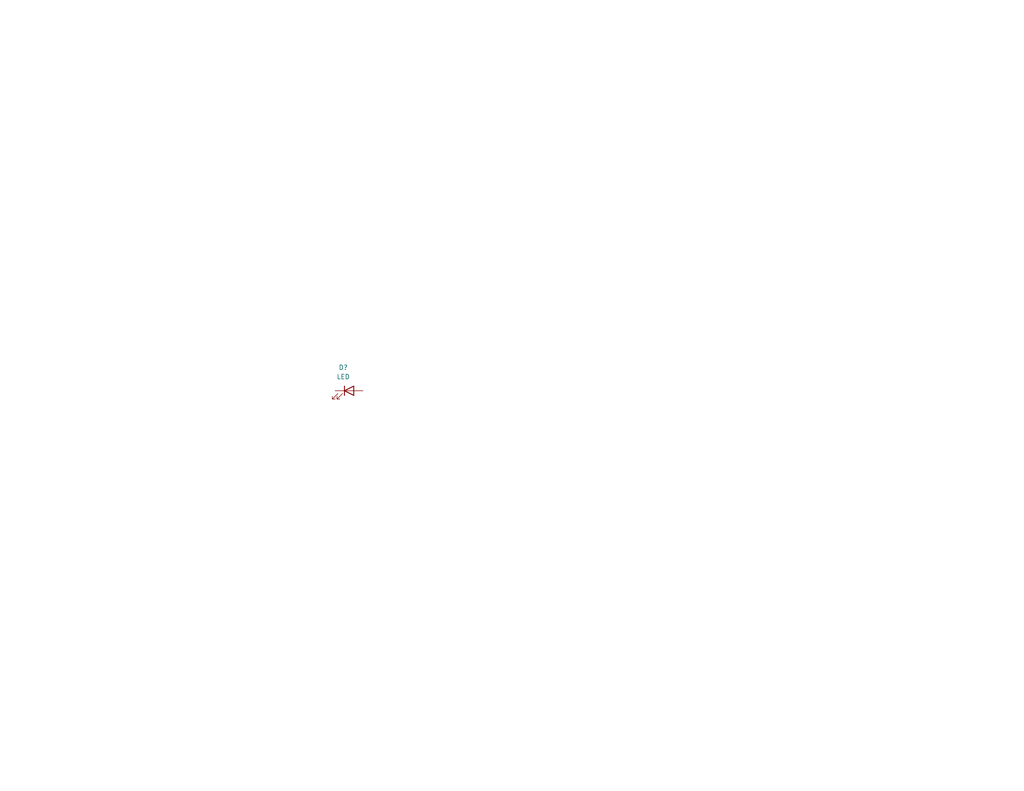
<source format=kicad_sch>
(kicad_sch (version 20211123) (generator eeschema)
  (paper "A")
  (title_block (title "Daemonbite-Arcade-Encoder") (date "2022-03-05") (rev "0") (company "LilyCorp") (comment 1 "by Birdybro") (comment 2 "Original Arduino code and wiring diagrams by MickGuyver"))
  (lib_symbols
    (symbol "Device:LED" (pin_numbers hide) (pin_names (offset 1.016) hide)
      (property "Reference" "D" (at 0 2.54 0))
      (property "Value" "LED" (at 0 -2.54 0))
      (symbol "LED_0_1"
        (polyline (pts (xy -1.27 -1.27) (xy -1.27 1.27)) (stroke (width 0.254)))
        (polyline (pts (xy -1.27 0) (xy 1.27 0)))
        (polyline (pts (xy 1.27 -1.27) (xy 1.27 1.27) (xy -1.27 0) (xy 1.27 -1.27)) (stroke (width 0.254)))
        (polyline (pts (xy -3.048 -0.762) (xy -4.572 -2.286) (xy -3.81 -2.286) (xy -4.572 -2.286) (xy -4.572 -1.524)))
        (polyline (pts (xy -1.778 -0.762) (xy -3.302 -2.286) (xy -2.54 -2.286) (xy -3.302 -2.286) (xy -3.302 -1.524)))
      )
      (symbol "LED_1_1"
        (pin passive line (at -3.81 0 0) (length 2.54) (name "K") (number "1"))
        (pin passive line (at 3.81 0 180) (length 2.54) (name "A") (number "2"))
      )
    )
  )
  (symbol (lib_id "Device:LED") (at 95.25 106.68 0) (unit 1)
    (property "Reference" "D?" (at 93.6625 100.33 0))
    (property "Value" "LED" (at 93.6625 102.87 0))
  )
)
</source>
